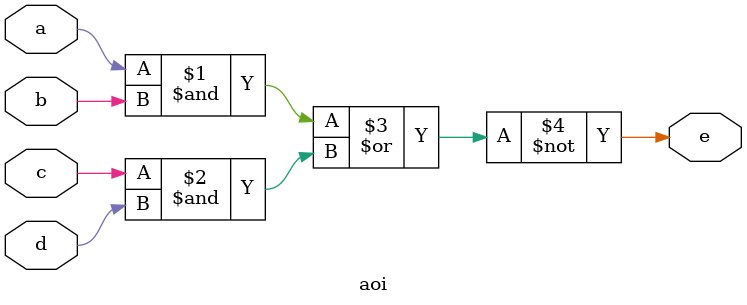
<source format=v>
`timescale 1ns / 1ps

module aoi(
    input a, b, c, d,
    output e
    );
    assign e = ~((a&b)|(c&d));
endmodule

</source>
